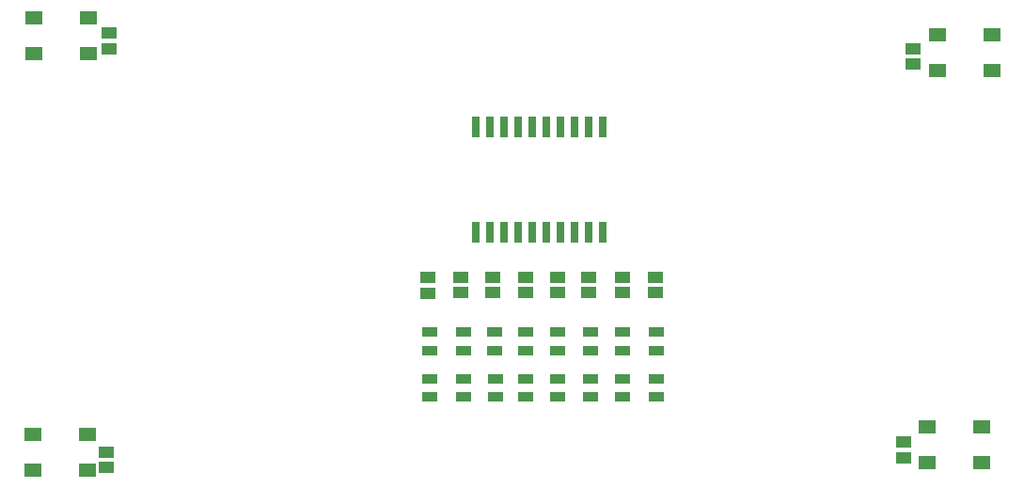
<source format=gtp>
G04*
G04 #@! TF.GenerationSoftware,Altium Limited,Altium Designer,21.2.2 (38)*
G04*
G04 Layer_Color=8421504*
%FSLAX25Y25*%
%MOIN*%
G70*
G04*
G04 #@! TF.SameCoordinates,98E345A6-E5E3-4E7C-82CD-A9440516B19A*
G04*
G04*
G04 #@! TF.FilePolarity,Positive*
G04*
G01*
G75*
%ADD16R,0.05906X0.04724*%
%ADD17R,0.02756X0.07677*%
%ADD18R,0.05315X0.04331*%
%ADD19R,0.05315X0.03347*%
D16*
X121854Y150701D02*
D03*
X141146D02*
D03*
Y163299D02*
D03*
X121854D02*
D03*
X438854Y153201D02*
D03*
X458146D02*
D03*
Y165799D02*
D03*
X438854D02*
D03*
X122354Y298201D02*
D03*
X141646D02*
D03*
Y310799D02*
D03*
X122354D02*
D03*
X442500Y304803D02*
D03*
X461791D02*
D03*
Y292205D02*
D03*
X442500D02*
D03*
D17*
X279000Y272102D02*
D03*
X284000D02*
D03*
X289000D02*
D03*
X294000D02*
D03*
X299000D02*
D03*
X304000D02*
D03*
X309000D02*
D03*
X314000D02*
D03*
X319000D02*
D03*
X324000D02*
D03*
Y234898D02*
D03*
X319000D02*
D03*
X314000D02*
D03*
X309000D02*
D03*
X304000D02*
D03*
X299000D02*
D03*
X294000D02*
D03*
X289000D02*
D03*
X284000D02*
D03*
X279000D02*
D03*
D18*
X149000Y299988D02*
D03*
Y305500D02*
D03*
X148000Y151488D02*
D03*
Y157000D02*
D03*
X430500Y154988D02*
D03*
Y160500D02*
D03*
X434000Y294488D02*
D03*
Y300000D02*
D03*
X262000Y218756D02*
D03*
Y213244D02*
D03*
X342500Y219012D02*
D03*
Y213500D02*
D03*
X331000Y219012D02*
D03*
Y213500D02*
D03*
X319000Y219012D02*
D03*
Y213500D02*
D03*
X308000Y219012D02*
D03*
Y213500D02*
D03*
X296500Y219012D02*
D03*
Y213500D02*
D03*
X285000Y219012D02*
D03*
Y213500D02*
D03*
X273500Y219012D02*
D03*
Y213500D02*
D03*
D19*
X274500Y176500D02*
D03*
Y182996D02*
D03*
X343000Y183000D02*
D03*
Y176504D02*
D03*
X331000Y182996D02*
D03*
Y176500D02*
D03*
X319500Y182996D02*
D03*
Y176500D02*
D03*
X308000Y182996D02*
D03*
Y176500D02*
D03*
X296500Y182996D02*
D03*
Y176500D02*
D03*
X286000Y182996D02*
D03*
Y176500D02*
D03*
X262500Y182996D02*
D03*
Y176500D02*
D03*
Y193000D02*
D03*
Y199496D02*
D03*
X274500Y193000D02*
D03*
Y199496D02*
D03*
X285500Y193000D02*
D03*
Y199496D02*
D03*
X296500Y193000D02*
D03*
Y199496D02*
D03*
X308000Y193000D02*
D03*
Y199496D02*
D03*
X319500Y193000D02*
D03*
Y199496D02*
D03*
X331000Y193000D02*
D03*
Y199496D02*
D03*
X343000Y193000D02*
D03*
Y199496D02*
D03*
M02*

</source>
